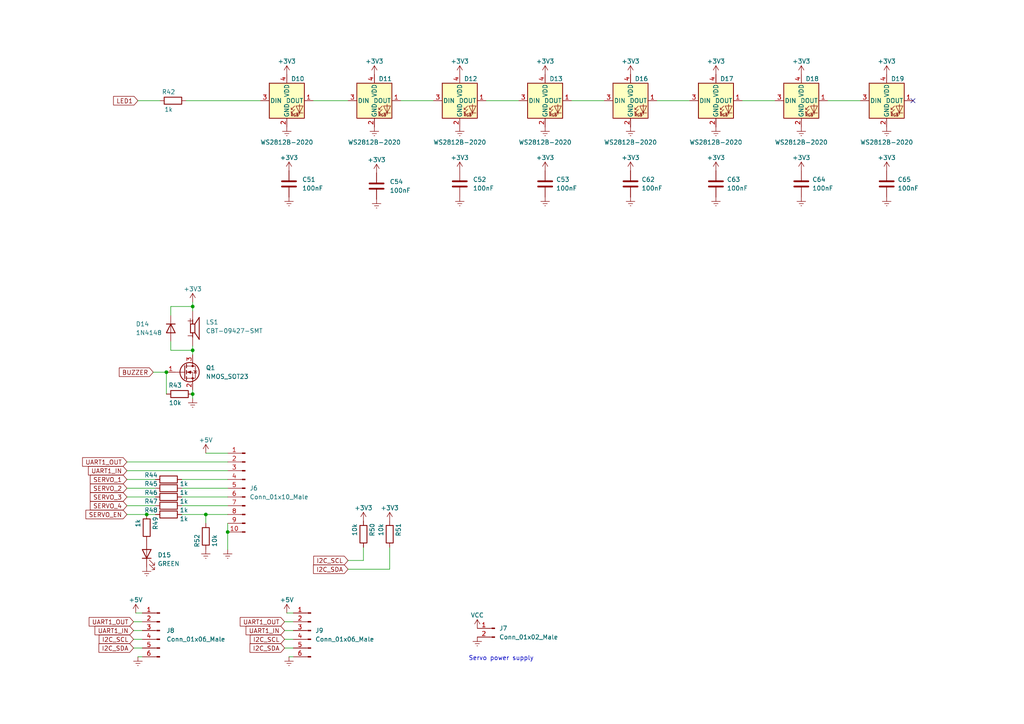
<source format=kicad_sch>
(kicad_sch (version 20211123) (generator eeschema)
  (paper "A4")
  (lib_symbols
    (symbol "Connector:Conn_01x02_Male" (pin_names (offset 1.016) hide)
      (property "Reference" "J" (at 0 2.54 0))
      (property "Value" "Conn_01x02_Male" (at 0 -5.08 0))
      (symbol "Conn_01x02_Male_1_1"
        (polyline (pts (xy 1.27 -2.54) (xy 0.8636 -2.54)) (stroke (width 0.1524)))
        (polyline (pts (xy 1.27 0) (xy 0.8636 0)) (stroke (width 0.1524)))
        (rectangle (start 0.8636 -2.413) (end 0 -2.667) (stroke (width 0.1524)) (fill (type outline)))
        (rectangle (start 0.8636 0.127) (end 0 -0.127) (stroke (width 0.1524)) (fill (type outline)))
        (pin passive line (at 5.08 0 180) (length 3.81) (name "Pin_1") (number "1"))
        (pin passive line (at 5.08 -2.54 180) (length 3.81) (name "Pin_2") (number "2"))
      )
    )
    (symbol "Connector:Conn_01x06_Male" (pin_names (offset 1.016) hide)
      (property "Reference" "J" (at 0 7.62 0))
      (property "Value" "Conn_01x06_Male" (at 0 -10.16 0))
      (symbol "Conn_01x06_Male_1_1"
        (polyline (pts (xy 1.27 -7.62) (xy 0.8636 -7.62)) (stroke (width 0.1524)))
        (polyline (pts (xy 1.27 -5.08) (xy 0.8636 -5.08)) (stroke (width 0.1524)))
        (polyline (pts (xy 1.27 -2.54) (xy 0.8636 -2.54)) (stroke (width 0.1524)))
        (polyline (pts (xy 1.27 0) (xy 0.8636 0)) (stroke (width 0.1524)))
        (polyline (pts (xy 1.27 2.54) (xy 0.8636 2.54)) (stroke (width 0.1524)))
        (polyline (pts (xy 1.27 5.08) (xy 0.8636 5.08)) (stroke (width 0.1524)))
        (rectangle (start 0.8636 -7.493) (end 0 -7.747) (stroke (width 0.1524)) (fill (type outline)))
        (rectangle (start 0.8636 -4.953) (end 0 -5.207) (stroke (width 0.1524)) (fill (type outline)))
        (rectangle (start 0.8636 -2.413) (end 0 -2.667) (stroke (width 0.1524)) (fill (type outline)))
        (rectangle (start 0.8636 0.127) (end 0 -0.127) (stroke (width 0.1524)) (fill (type outline)))
        (rectangle (start 0.8636 2.667) (end 0 2.413) (stroke (width 0.1524)) (fill (type outline)))
        (rectangle (start 0.8636 5.207) (end 0 4.953) (stroke (width 0.1524)) (fill (type outline)))
        (pin passive line (at 5.08 5.08 180) (length 3.81) (name "Pin_1") (number "1"))
        (pin passive line (at 5.08 2.54 180) (length 3.81) (name "Pin_2") (number "2"))
        (pin passive line (at 5.08 0 180) (length 3.81) (name "Pin_3") (number "3"))
        (pin passive line (at 5.08 -2.54 180) (length 3.81) (name "Pin_4") (number "4"))
        (pin passive line (at 5.08 -5.08 180) (length 3.81) (name "Pin_5") (number "5"))
        (pin passive line (at 5.08 -7.62 180) (length 3.81) (name "Pin_6") (number "6"))
      )
    )
    (symbol "Connector:Conn_01x10_Male" (pin_names (offset 1.016) hide)
      (property "Reference" "J" (at 0 12.7 0))
      (property "Value" "Conn_01x10_Male" (at 0 -15.24 0))
      (symbol "Conn_01x10_Male_1_1"
        (polyline (pts (xy 1.27 -12.7) (xy 0.8636 -12.7)) (stroke (width 0.1524)))
        (polyline (pts (xy 1.27 -10.16) (xy 0.8636 -10.16)) (stroke (width 0.1524)))
        (polyline (pts (xy 1.27 -7.62) (xy 0.8636 -7.62)) (stroke (width 0.1524)))
        (polyline (pts (xy 1.27 -5.08) (xy 0.8636 -5.08)) (stroke (width 0.1524)))
        (polyline (pts (xy 1.27 -2.54) (xy 0.8636 -2.54)) (stroke (width 0.1524)))
        (polyline (pts (xy 1.27 0) (xy 0.8636 0)) (stroke (width 0.1524)))
        (polyline (pts (xy 1.27 2.54) (xy 0.8636 2.54)) (stroke (width 0.1524)))
        (polyline (pts (xy 1.27 5.08) (xy 0.8636 5.08)) (stroke (width 0.1524)))
        (polyline (pts (xy 1.27 7.62) (xy 0.8636 7.62)) (stroke (width 0.1524)))
        (polyline (pts (xy 1.27 10.16) (xy 0.8636 10.16)) (stroke (width 0.1524)))
        (rectangle (start 0.8636 -12.573) (end 0 -12.827) (stroke (width 0.1524)) (fill (type outline)))
        (rectangle (start 0.8636 -10.033) (end 0 -10.287) (stroke (width 0.1524)) (fill (type outline)))
        (rectangle (start 0.8636 -7.493) (end 0 -7.747) (stroke (width 0.1524)) (fill (type outline)))
        (rectangle (start 0.8636 -4.953) (end 0 -5.207) (stroke (width 0.1524)) (fill (type outline)))
        (rectangle (start 0.8636 -2.413) (end 0 -2.667) (stroke (width 0.1524)) (fill (type outline)))
        (rectangle (start 0.8636 0.127) (end 0 -0.127) (stroke (width 0.1524)) (fill (type outline)))
        (rectangle (start 0.8636 2.667) (end 0 2.413) (stroke (width 0.1524)) (fill (type outline)))
        (rectangle (start 0.8636 5.207) (end 0 4.953) (stroke (width 0.1524)) (fill (type outline)))
        (rectangle (start 0.8636 7.747) (end 0 7.493) (stroke (width 0.1524)) (fill (type outline)))
        (rectangle (start 0.8636 10.287) (end 0 10.033) (stroke (width 0.1524)) (fill (type outline)))
        (pin passive line (at 5.08 10.16 180) (length 3.81) (name "Pin_1") (number "1"))
        (pin passive line (at 5.08 -12.7 180) (length 3.81) (name "Pin_10") (number "10"))
        (pin passive line (at 5.08 7.62 180) (length 3.81) (name "Pin_2") (number "2"))
        (pin passive line (at 5.08 5.08 180) (length 3.81) (name "Pin_3") (number "3"))
        (pin passive line (at 5.08 2.54 180) (length 3.81) (name "Pin_4") (number "4"))
        (pin passive line (at 5.08 0 180) (length 3.81) (name "Pin_5") (number "5"))
        (pin passive line (at 5.08 -2.54 180) (length 3.81) (name "Pin_6") (number "6"))
        (pin passive line (at 5.08 -5.08 180) (length 3.81) (name "Pin_7") (number "7"))
        (pin passive line (at 5.08 -7.62 180) (length 3.81) (name "Pin_8") (number "8"))
        (pin passive line (at 5.08 -10.16 180) (length 3.81) (name "Pin_9") (number "9"))
      )
    )
    (symbol "Device:C" (pin_numbers hide) (pin_names (offset 0.254))
      (property "Reference" "C" (at 0.635 2.54 0))
      (property "Value" "C" (at 0.635 -2.54 0))
      (symbol "C_0_1"
        (polyline (pts (xy -2.032 -0.762) (xy 2.032 -0.762)) (stroke (width 0.508)))
        (polyline (pts (xy -2.032 0.762) (xy 2.032 0.762)) (stroke (width 0.508)))
      )
      (symbol "C_1_1"
        (pin passive line (at 0 3.81 270) (length 2.794) (name "~") (number "1"))
        (pin passive line (at 0 -3.81 90) (length 2.794) (name "~") (number "2"))
      )
    )
    (symbol "Device:LED" (pin_numbers hide) (pin_names (offset 1.016) hide)
      (property "Reference" "D" (at 0 2.54 0))
      (property "Value" "LED" (at 0 -2.54 0))
      (symbol "LED_0_1"
        (polyline (pts (xy -1.27 -1.27) (xy -1.27 1.27)) (stroke (width 0.254)))
        (polyline (pts (xy -1.27 0) (xy 1.27 0)))
        (polyline (pts (xy 1.27 -1.27) (xy 1.27 1.27) (xy -1.27 0) (xy 1.27 -1.27)) (stroke (width 0.254)))
        (polyline (pts (xy -3.048 -0.762) (xy -4.572 -2.286) (xy -3.81 -2.286) (xy -4.572 -2.286) (xy -4.572 -1.524)))
        (polyline (pts (xy -1.778 -0.762) (xy -3.302 -2.286) (xy -2.54 -2.286) (xy -3.302 -2.286) (xy -3.302 -1.524)))
      )
      (symbol "LED_1_1"
        (pin passive line (at -3.81 0 0) (length 2.54) (name "K") (number "1"))
        (pin passive line (at 3.81 0 180) (length 2.54) (name "A") (number "2"))
      )
    )
    (symbol "Device:R" (pin_numbers hide) (pin_names (offset 0))
      (property "Reference" "R" (at 2.032 0 90))
      (property "Value" "R" (at 0 0 90))
      (symbol "R_0_1"
        (rectangle (start -1.016 -2.54) (end 1.016 2.54) (stroke (width 0.254)))
      )
      (symbol "R_1_1"
        (pin passive line (at 0 3.81 270) (length 1.27) (name "~") (number "1"))
        (pin passive line (at 0 -3.81 90) (length 1.27) (name "~") (number "2"))
      )
    )
    (symbol "Diode:1N4148" (pin_numbers hide) (pin_names (offset 1.016) hide)
      (property "Reference" "D" (at 0 2.54 0))
      (property "Value" "1N4148" (at 0 -2.54 0))
      (symbol "1N4148_0_1"
        (polyline (pts (xy -1.27 1.27) (xy -1.27 -1.27)) (stroke (width 0.254)))
        (polyline (pts (xy 1.27 0) (xy -1.27 0)))
        (polyline (pts (xy 1.27 1.27) (xy 1.27 -1.27) (xy -1.27 0) (xy 1.27 1.27)) (stroke (width 0.254)))
      )
      (symbol "1N4148_1_1"
        (pin passive line (at -3.81 0 0) (length 2.54) (name "K") (number "1"))
        (pin passive line (at 3.81 0 180) (length 2.54) (name "A") (number "2"))
      )
    )
    (symbol "KP-PTR_lib:CBT-09427-SMT" (pin_numbers hide) (pin_names (offset 1.016) hide)
      (property "Reference" "LS1" (at 3.81 1.8124 0))
      (property "Value" "CBT-09427-SMT" (at 3.81 -0.7276 0))
      (symbol "CBT-09427-SMT_0_0"
        (polyline (pts (xy -0.635 -1.27) (xy -0.635 1.27)) (stroke (width 0.254)))
        (polyline (pts (xy -0.635 1.27) (xy 0 1.27)) (stroke (width 0.254)))
        (polyline (pts (xy 0 -1.27) (xy -0.635 -1.27)) (stroke (width 0.254)))
        (polyline (pts (xy 0 -1.27) (xy 0 -2.54)) (stroke (width 0.254)))
        (polyline (pts (xy 0 1.27) (xy 0 2.54)) (stroke (width 0.254)))
        (polyline (pts (xy 0 1.27) (xy 0.635 1.27)) (stroke (width 0.254)))
        (polyline (pts (xy 0.635 -1.27) (xy 0 -1.27)) (stroke (width 0.254)))
        (polyline (pts (xy 0.635 1.27) (xy 0.635 -1.27)) (stroke (width 0.254)))
        (polyline (pts (xy 0.635 1.27) (xy 1.905 3.175)) (stroke (width 0.254)))
        (polyline (pts (xy 1.905 -3.175) (xy 0.635 -1.27)) (stroke (width 0.254)))
        (polyline (pts (xy 1.905 3.175) (xy 1.905 -3.175)) (stroke (width 0.254)))
        (text "+" (at -1.905 1.27 0) (effects (font (size 1.778 1.778)) (justify left bottom)))
        (text "-" (at -1.905 -3.048 0) (effects (font (size 1.778 1.778)) (justify left bottom)))
        (pin passive line (at 0 5.08 270) (length 2.54) (name "+") (number "1"))
        (pin output line (at 0 -5.08 90) (length 2.54) (name "-") (number "2"))
      )
    )
    (symbol "KP-PTR_lib:WS2812B-2020" (pin_names (offset 0.254))
      (property "Reference" "D" (at 5.08 5.715 0))
      (property "Value" "WS2812B-2020" (at 1.27 -5.715 0))
      (symbol "WS2812B-2020_0_0"
        (text "RGB" (at 2.286 -4.191 0) (effects (font (size 0.762 0.762))))
      )
      (symbol "WS2812B-2020_0_1"
        (polyline (pts (xy 1.27 -3.556) (xy 1.778 -3.556)))
        (polyline (pts (xy 1.27 -2.54) (xy 1.778 -2.54)))
        (polyline (pts (xy 4.699 -3.556) (xy 2.667 -3.556)))
        (polyline (pts (xy 2.286 -2.54) (xy 1.27 -3.556) (xy 1.27 -3.048)))
        (polyline (pts (xy 2.286 -1.524) (xy 1.27 -2.54) (xy 1.27 -2.032)))
        (polyline (pts (xy 3.683 -1.016) (xy 3.683 -3.556) (xy 3.683 -4.064)))
        (polyline (pts (xy 4.699 -1.524) (xy 2.667 -1.524) (xy 3.683 -3.556) (xy 4.699 -1.524)))
        (rectangle (start 5.08 5.08) (end -5.08 -5.08) (stroke (width 0.254)) (fill (type background)))
      )
      (symbol "WS2812B-2020_1_1"
        (pin output line (at 7.62 0 180) (length 2.54) (name "DOUT") (number "1"))
        (pin power_in line (at 0 -7.62 90) (length 2.54) (name "GND") (number "2"))
        (pin input line (at -7.62 0 0) (length 2.54) (name "DIN") (number "3"))
        (pin power_in line (at 0 7.62 270) (length 2.54) (name "VDD") (number "4"))
      )
    )
    (symbol "Transistor_FET:IRLML2060" (pin_names hide)
      (property "Reference" "Q" (at 5.08 1.905 0))
      (property "Value" "IRLML2060" (at 5.08 0 0))
      (symbol "IRLML2060_0_1"
        (polyline (pts (xy 0.254 0) (xy -2.54 0)))
        (polyline (pts (xy 0.254 1.905) (xy 0.254 -1.905)) (stroke (width 0.254)))
        (polyline (pts (xy 0.762 -1.27) (xy 0.762 -2.286)) (stroke (width 0.254)))
        (polyline (pts (xy 0.762 0.508) (xy 0.762 -0.508)) (stroke (width 0.254)))
        (polyline (pts (xy 0.762 2.286) (xy 0.762 1.27)) (stroke (width 0.254)))
        (polyline (pts (xy 2.54 2.54) (xy 2.54 1.778)))
        (polyline (pts (xy 2.54 -2.54) (xy 2.54 0) (xy 0.762 0)))
        (polyline (pts (xy 0.762 -1.778) (xy 3.302 -1.778) (xy 3.302 1.778) (xy 0.762 1.778)))
        (polyline (pts (xy 1.016 0) (xy 2.032 0.381) (xy 2.032 -0.381) (xy 1.016 0)) (fill (type outline)))
        (polyline (pts (xy 2.794 0.508) (xy 2.921 0.381) (xy 3.683 0.381) (xy 3.81 0.254)))
        (polyline (pts (xy 3.302 0.381) (xy 2.921 -0.254) (xy 3.683 -0.254) (xy 3.302 0.381)))
        (circle (center 1.651 0) (radius 2.794) (stroke (width 0.254)))
        (circle (center 2.54 -1.778) (radius 0.254) (fill (type outline)))
        (circle (center 2.54 1.778) (radius 0.254) (fill (type outline)))
      )
      (symbol "IRLML2060_1_1"
        (pin input line (at -5.08 0 0) (length 2.54) (name "G") (number "1"))
        (pin passive line (at 2.54 -5.08 90) (length 2.54) (name "S") (number "2"))
        (pin passive line (at 2.54 5.08 270) (length 2.54) (name "D") (number "3"))
      )
    )
    (symbol "power:+3.3V" (power) (pin_names (offset 0))
      (property "Value" "+3.3V" (at 0 3.556 0))
      (symbol "+3.3V_0_1"
        (polyline (pts (xy -0.762 1.27) (xy 0 2.54)))
        (polyline (pts (xy 0 0) (xy 0 2.54)))
        (polyline (pts (xy 0 2.54) (xy 0.762 1.27)))
      )
      (symbol "+3.3V_1_1"
        (pin power_in line (at 0 0 90) (length 0) hide (name "+3V3") (number "1"))
      )
    )
    (symbol "power:+5V" (power) (pin_names (offset 0))
      (property "Value" "+5V" (at 0 3.556 0))
      (symbol "+5V_0_1"
        (polyline (pts (xy -0.762 1.27) (xy 0 2.54)))
        (polyline (pts (xy 0 0) (xy 0 2.54)))
        (polyline (pts (xy 0 2.54) (xy 0.762 1.27)))
      )
      (symbol "+5V_1_1"
        (pin power_in line (at 0 0 90) (length 0) hide (name "+5V") (number "1"))
      )
    )
    (symbol "power:Earth" (power) (pin_names (offset 0))
      (symbol "Earth_0_1"
        (polyline (pts (xy -0.635 -1.905) (xy 0.635 -1.905)))
        (polyline (pts (xy -0.127 -2.54) (xy 0.127 -2.54)))
        (polyline (pts (xy 0 -1.27) (xy 0 0)))
        (polyline (pts (xy 1.27 -1.27) (xy -1.27 -1.27)))
      )
      (symbol "Earth_1_1"
        (pin power_in line (at 0 0 270) (length 0) hide (name "Earth") (number "1"))
      )
    )
    (symbol "power:VCC" (power) (pin_names (offset 0))
      (property "Value" "VCC" (at 0 3.81 0))
      (symbol "VCC_0_1"
        (polyline (pts (xy -0.762 1.27) (xy 0 2.54)))
        (polyline (pts (xy 0 0) (xy 0 2.54)))
        (polyline (pts (xy 0 2.54) (xy 0.762 1.27)))
      )
      (symbol "VCC_1_1"
        (pin power_in line (at 0 0 90) (length 0) hide (name "VCC") (number "1"))
      )
    )
  )
  (junction (at 55.88 101.6))
  (junction (at 59.69 149.225))
  (junction (at 55.88 114.3))
  (junction (at 42.545 149.225))
  (junction (at 66.04 154.305))
  (junction (at 48.26 107.95))
  (junction (at 55.88 88.9))
  (no_connect (at 264.795 29.21))
  (wire (pts (xy 66.04 159.385) (xy 66.04 154.305)))
  (wire (pts (xy 52.705 146.685) (xy 66.04 146.685)))
  (wire (pts (xy 55.88 87.63) (xy 55.88 88.9)))
  (wire (pts (xy 55.88 88.9) (xy 55.88 90.17)))
  (wire (pts (xy 55.88 100.33) (xy 55.88 101.6)))
  (wire (pts (xy 82.55 180.34) (xy 85.09 180.34)))
  (wire (pts (xy 66.04 151.765) (xy 66.04 154.305)))
  (wire (pts (xy 116.205 29.21) (xy 125.73 29.21)))
  (wire (pts (xy 190.5 29.21) (xy 200.025 29.21)))
  (wire (pts (xy 53.975 29.21) (xy 75.565 29.21)))
  (wire (pts (xy 55.88 101.6) (xy 55.88 102.87)))
  (wire (pts (xy 105.41 158.75) (xy 105.41 162.56)))
  (wire (pts (xy 36.83 149.225) (xy 42.545 149.225)))
  (wire (pts (xy 52.705 149.225) (xy 59.69 149.225)))
  (wire (pts (xy 85.09 190.5) (xy 83.82 190.5)))
  (wire (pts (xy 49.53 99.06) (xy 49.53 101.6)))
  (wire (pts (xy 82.55 185.42) (xy 85.09 185.42)))
  (wire (pts (xy 36.83 144.145) (xy 45.085 144.145)))
  (wire (pts (xy 38.735 182.88) (xy 41.275 182.88)))
  (wire (pts (xy 42.545 149.225) (xy 45.085 149.225)))
  (wire (pts (xy 36.83 146.685) (xy 45.085 146.685)))
  (wire (pts (xy 52.705 139.065) (xy 66.04 139.065)))
  (wire (pts (xy 165.735 29.21) (xy 175.26 29.21)))
  (wire (pts (xy 59.69 131.445) (xy 66.04 131.445)))
  (wire (pts (xy 49.53 101.6) (xy 55.88 101.6)))
  (wire (pts (xy 36.83 133.985) (xy 66.04 133.985)))
  (wire (pts (xy 90.805 29.21) (xy 100.965 29.21)))
  (wire (pts (xy 55.88 114.3) (xy 55.88 113.03)))
  (wire (pts (xy 38.735 185.42) (xy 41.275 185.42)))
  (wire (pts (xy 140.97 29.21) (xy 150.495 29.21)))
  (wire (pts (xy 40.005 29.21) (xy 46.355 29.21)))
  (wire (pts (xy 38.735 187.96) (xy 41.275 187.96)))
  (wire (pts (xy 83.185 177.8) (xy 85.09 177.8)))
  (wire (pts (xy 36.83 141.605) (xy 45.085 141.605)))
  (wire (pts (xy 49.53 91.44) (xy 49.53 88.9)))
  (wire (pts (xy 52.705 141.605) (xy 66.04 141.605)))
  (wire (pts (xy 41.275 190.5) (xy 40.005 190.5)))
  (wire (pts (xy 100.965 165.1) (xy 113.03 165.1)))
  (wire (pts (xy 52.705 144.145) (xy 66.04 144.145)))
  (wire (pts (xy 48.26 107.95) (xy 48.26 114.3)))
  (wire (pts (xy 39.37 177.8) (xy 41.275 177.8)))
  (wire (pts (xy 44.45 107.95) (xy 48.26 107.95)))
  (wire (pts (xy 82.55 182.88) (xy 85.09 182.88)))
  (wire (pts (xy 49.53 88.9) (xy 55.88 88.9)))
  (wire (pts (xy 36.83 136.525) (xy 66.04 136.525)))
  (wire (pts (xy 240.03 29.21) (xy 249.555 29.21)))
  (wire (pts (xy 82.55 187.96) (xy 85.09 187.96)))
  (wire (pts (xy 55.88 115.57) (xy 55.88 114.3)))
  (wire (pts (xy 59.69 149.225) (xy 66.04 149.225)))
  (wire (pts (xy 38.735 180.34) (xy 41.275 180.34)))
  (wire (pts (xy 105.41 162.56) (xy 100.965 162.56)))
  (wire (pts (xy 59.69 151.765) (xy 59.69 149.225)))
  (wire (pts (xy 215.265 29.21) (xy 224.79 29.21)))
  (wire (pts (xy 36.83 139.065) (xy 45.085 139.065)))
  (wire (pts (xy 113.03 165.1) (xy 113.03 158.75)))
  (text "Servo power supply" (at 135.89 191.77 0) (effects (font (size 1.27 1.27)) (justify left bottom)))
  (global_label "UART1_OUT" (shape input) (at 82.55 180.34 180) (property "Intersheet References" "${INTERSHEET_REFS}" (effects hide)))
  (global_label "I2C_SCL" (shape input) (at 100.965 162.56 180) (property "Intersheet References" "${INTERSHEET_REFS}" (effects hide)))
  (global_label "SERVO_2" (shape input) (at 36.83 141.605 180) (property "Intersheet References" "${INTERSHEET_REFS}" (effects hide)))
  (global_label "I2C_SCL" (shape input) (at 82.55 185.42 180) (property "Intersheet References" "${INTERSHEET_REFS}" (effects hide)))
  (global_label "UART1_IN" (shape input) (at 38.735 182.88 180) (property "Intersheet References" "${INTERSHEET_REFS}" (effects hide)))
  (global_label "LED1" (shape input) (at 40.005 29.21 180) (property "Intersheet References" "${INTERSHEET_REFS}" (effects hide)))
  (global_label "SERVO_3" (shape input) (at 36.83 144.145 180) (property "Intersheet References" "${INTERSHEET_REFS}" (effects hide)))
  (global_label "UART1_OUT" (shape input) (at 36.83 133.985 180) (property "Intersheet References" "${INTERSHEET_REFS}" (effects hide)))
  (global_label "I2C_SCL" (shape input) (at 38.735 185.42 180) (property "Intersheet References" "${INTERSHEET_REFS}" (effects hide)))
  (global_label "UART1_IN" (shape input) (at 36.83 136.525 180) (property "Intersheet References" "${INTERSHEET_REFS}" (effects hide)))
  (global_label "BUZZER" (shape input) (at 44.45 107.95 180) (property "Intersheet References" "${INTERSHEET_REFS}" (effects hide)))
  (global_label "SERVO_EN" (shape input) (at 36.83 149.225 180) (property "Intersheet References" "${INTERSHEET_REFS}" (effects hide)))
  (global_label "I2C_SDA" (shape input) (at 100.965 165.1 180) (property "Intersheet References" "${INTERSHEET_REFS}" (effects hide)))
  (global_label "SERVO_4" (shape input) (at 36.83 146.685 180) (property "Intersheet References" "${INTERSHEET_REFS}" (effects hide)))
  (global_label "SERVO_1" (shape input) (at 36.83 139.065 180) (property "Intersheet References" "${INTERSHEET_REFS}" (effects hide)))
  (global_label "UART1_OUT" (shape input) (at 38.735 180.34 180) (property "Intersheet References" "${INTERSHEET_REFS}" (effects hide)))
  (global_label "I2C_SDA" (shape input) (at 38.735 187.96 180) (property "Intersheet References" "${INTERSHEET_REFS}" (effects hide)))
  (global_label "UART1_IN" (shape input) (at 82.55 182.88 180) (property "Intersheet References" "${INTERSHEET_REFS}" (effects hide)))
  (global_label "I2C_SDA" (shape input) (at 82.55 187.96 180) (property "Intersheet References" "${INTERSHEET_REFS}" (effects hide)))
  (symbol (lib_id "Device:C") (at 133.35 53.34 0) (unit 1)
    (property "Reference" "C52" (at 137.16 52.0699 0) (effects (justify left)))
    (property "Value" "100nF" (at 137.16 54.6099 0) (effects (justify left)))
    (property "Footprint" "Capacitor_SMD:C_0402_1005Metric" (effects hide))
  )
  (symbol (lib_id "Device:C") (at 109.22 53.975 0) (unit 1)
    (property "Reference" "C54" (at 113.03 52.7049 0) (effects (justify left)))
    (property "Value" "100nF" (at 113.03 55.2449 0) (effects (justify left)))
    (property "Footprint" "Capacitor_SMD:C_0402_1005Metric" (effects hide))
  )
  (symbol (lib_id "power:VCC") (at 138.43 182.245 0) (unit 1)
    (property "Reference" "#PWR0182" (effects hide))
    (property "Value" "VCC" (at 138.43 178.435 0))
  )
  (symbol (lib_id "Device:R") (at 48.895 139.065 270) (unit 1)
    (property "Reference" "R44" (at 43.815 137.795 90))
    (property "Value" "1k" (at 53.34 140.335 90))
    (property "Footprint" "Resistor_SMD:R_0402_1005Metric" (effects hide))
  )
  (symbol (lib_id "power:Earth") (at 83.82 190.5 0) (unit 1)
    (property "Reference" "#PWR0185" (effects hide))
    (property "Value" "Earth" (effects hide))
  )
  (symbol (lib_id "power:Earth") (at 207.645 57.15 0) (unit 1)
    (property "Reference" "#PWR0218" (effects hide))
    (property "Value" "Earth" (effects hide))
  )
  (symbol (lib_id "power:+3.3V") (at 182.88 21.59 0) (unit 1)
    (property "Reference" "#PWR0205" (effects hide))
    (property "Value" "+3.3V" (at 182.88 17.78 0))
  )
  (symbol (lib_id "power:+3.3V") (at 108.585 21.59 0) (unit 1)
    (property "Reference" "#PWR0157" (effects hide))
    (property "Value" "+3.3V" (at 108.585 17.78 0))
  )
  (symbol (lib_id "KP-PTR_lib:CBT-09427-SMT") (at 55.88 95.25 0) (unit 1)
    (property "Reference" "LS1" (at 59.69 93.4376 0) (effects (justify left)))
    (property "Value" "CBT-09427-SMT" (at 59.69 95.9776 0) (effects (justify left)))
    (property "Footprint" "Buzzer_Beeper:Buzzer_12x9.5RM7.6" (effects hide))
    (property "MP" "CBT-09427-SMT" (effects hide))
    (property "AVAILABILITY" "Unavailable" (effects hide))
    (property "DESCRIPTION" "9 mm, 3.6 V, 87 dB, Surface Mount _SMT_, Magnetic Audio Transducer Buzzer" (effects hide))
    (property "PACKAGE" "None" (effects hide))
    (property "MF" "CUI" (effects hide))
    (property "PRICE" "None" (effects hide))
  )
  (symbol (lib_id "Device:R") (at 105.41 154.94 180) (unit 1)
    (property "Reference" "R50" (at 107.95 153.67 90))
    (property "Value" "10k" (at 102.87 153.67 90))
    (property "Footprint" "Resistor_SMD:R_0402_1005Metric" (effects hide))
  )
  (symbol (lib_id "power:Earth") (at 40.005 190.5 0) (unit 1)
    (property "Reference" "#PWR0184" (effects hide))
    (property "Value" "Earth" (effects hide))
  )
  (symbol (lib_id "power:+5V") (at 83.185 177.8 0) (unit 1)
    (property "Reference" "#PWR0181" (effects hide))
    (property "Value" "+5V" (at 83.185 173.99 0))
  )
  (symbol (lib_id "power:+3.3V") (at 83.82 49.53 0) (unit 1)
    (property "Reference" "#PWR0164" (effects hide))
    (property "Value" "+3.3V" (at 83.82 45.72 0))
  )
  (symbol (lib_id "power:Earth") (at 133.35 36.83 0) (unit 1)
    (property "Reference" "#PWR0162" (effects hide))
    (property "Value" "Earth" (effects hide))
  )
  (symbol (lib_id "Device:C") (at 207.645 53.34 0) (unit 1)
    (property "Reference" "C63" (at 210.82 52.0699 0) (effects (justify left)))
    (property "Value" "100nF" (at 210.82 54.6099 0) (effects (justify left)))
    (property "Footprint" "Capacitor_SMD:C_0402_1005Metric" (effects hide))
  )
  (symbol (lib_id "KP-PTR_lib:WS2812B-2020") (at 108.585 29.21 0) (unit 1)
    (property "Reference" "D11" (at 111.76 22.86 0))
    (property "Value" "WS2812B-2020" (at 108.585 41.275 0))
    (property "Footprint" "KP-PTR_lib:WS2812B-2020" (effects hide))
    (property "Datasheet" "https://www.tme.eu/Document/8b264124130de6e17f8ce807c3210601/WS2812B-2020.pdf" (effects hide))
  )
  (symbol (lib_id "Device:C") (at 232.41 53.34 0) (unit 1)
    (property "Reference" "C64" (at 235.585 52.0699 0) (effects (justify left)))
    (property "Value" "100nF" (at 235.585 54.6099 0) (effects (justify left)))
    (property "Footprint" "Capacitor_SMD:C_0402_1005Metric" (effects hide))
  )
  (symbol (lib_id "Device:R") (at 113.03 154.94 180) (unit 1)
    (property "Reference" "R51" (at 115.57 153.67 90))
    (property "Value" "10k" (at 110.49 153.67 90))
    (property "Footprint" "Resistor_SMD:R_0402_1005Metric" (effects hide))
  )
  (symbol (lib_id "Device:R") (at 48.895 146.685 270) (unit 1)
    (property "Reference" "R47" (at 43.815 145.415 90))
    (property "Value" "1k" (at 53.34 147.955 90))
    (property "Footprint" "Resistor_SMD:R_0402_1005Metric" (effects hide))
  )
  (symbol (lib_id "power:Earth") (at 158.115 57.15 0) (unit 1)
    (property "Reference" "#PWR0170" (effects hide))
    (property "Value" "Earth" (effects hide))
  )
  (symbol (lib_id "power:+3.3V") (at 232.41 49.53 0) (unit 1)
    (property "Reference" "#PWR0215" (effects hide))
    (property "Value" "+3.3V" (at 232.41 45.72 0))
  )
  (symbol (lib_id "Transistor_FET:IRLML2060") (at 53.34 107.95 0) (unit 1)
    (property "Reference" "Q1" (at 59.69 106.6799 0) (effects (justify left)))
    (property "Value" "NMOS_SOT23" (at 59.69 109.2199 0) (effects (justify left)))
    (property "Footprint" "KP-PTR_lib:SOT-23" (effects hide))
  )
  (symbol (lib_id "power:+3.3V") (at 133.35 21.59 0) (unit 1)
    (property "Reference" "#PWR0158" (effects hide))
    (property "Value" "+3.3V" (at 133.35 17.78 0))
  )
  (symbol (lib_id "power:+3.3V") (at 55.88 87.63 0) (unit 1)
    (property "Reference" "#PWR0172" (effects hide))
    (property "Value" "+3.3V" (at 55.88 83.82 0))
  )
  (symbol (lib_id "Device:R") (at 50.165 29.21 270) (unit 1)
    (property "Reference" "R42" (at 48.895 26.67 90))
    (property "Value" "1k" (at 48.895 31.75 90))
    (property "Footprint" "Resistor_SMD:R_0402_1005Metric" (effects hide))
  )
  (symbol (lib_id "power:+5V") (at 59.69 131.445 0) (unit 1)
    (property "Reference" "#PWR0174" (effects hide))
    (property "Value" "+5V" (at 59.69 127.635 0))
  )
  (symbol (lib_id "KP-PTR_lib:WS2812B-2020") (at 232.41 29.21 0) (unit 1)
    (property "Reference" "D18" (at 235.585 22.86 0))
    (property "Value" "WS2812B-2020" (at 232.41 41.275 0))
    (property "Footprint" "KP-PTR_lib:WS2812B-2020" (effects hide))
    (property "Datasheet" "https://www.tme.eu/Document/8b264124130de6e17f8ce807c3210601/WS2812B-2020.pdf" (effects hide))
  )
  (symbol (lib_id "power:Earth") (at 182.88 36.83 0) (unit 1)
    (property "Reference" "#PWR0209" (effects hide))
    (property "Value" "Earth" (effects hide))
  )
  (symbol (lib_id "power:Earth") (at 109.22 57.785 0) (unit 1)
    (property "Reference" "#PWR0171" (effects hide))
    (property "Value" "Earth" (effects hide))
  )
  (symbol (lib_id "KP-PTR_lib:WS2812B-2020") (at 257.175 29.21 0) (unit 1)
    (property "Reference" "D19" (at 260.35 22.86 0))
    (property "Value" "WS2812B-2020" (at 257.175 41.275 0))
    (property "Footprint" "KP-PTR_lib:WS2812B-2020" (effects hide))
    (property "Datasheet" "https://www.tme.eu/Document/8b264124130de6e17f8ce807c3210601/WS2812B-2020.pdf" (effects hide))
  )
  (symbol (lib_id "Device:R") (at 42.545 153.035 180) (unit 1)
    (property "Reference" "R49" (at 45.085 151.765 90))
    (property "Value" "1k" (at 40.005 151.765 90))
    (property "Footprint" "Resistor_SMD:R_0402_1005Metric" (effects hide))
  )
  (symbol (lib_id "Device:LED") (at 42.545 160.655 90) (unit 1)
    (property "Reference" "D15" (at 45.72 160.9724 90) (effects (justify right)))
    (property "Value" "GREEN" (at 45.72 163.5124 90) (effects (justify right)))
    (property "Footprint" "LED_SMD:LED_0603_1608Metric" (effects hide))
  )
  (symbol (lib_id "KP-PTR_lib:WS2812B-2020") (at 182.88 29.21 0) (unit 1)
    (property "Reference" "D16" (at 186.055 22.86 0))
    (property "Value" "WS2812B-2020" (at 182.88 41.275 0))
    (property "Footprint" "KP-PTR_lib:WS2812B-2020" (effects hide))
    (property "Datasheet" "https://www.tme.eu/Document/8b264124130de6e17f8ce807c3210601/WS2812B-2020.pdf" (effects hide))
  )
  (symbol (lib_id "power:Earth") (at 158.115 36.83 0) (unit 1)
    (property "Reference" "#PWR0163" (effects hide))
    (property "Value" "Earth" (effects hide))
  )
  (symbol (lib_id "power:Earth") (at 257.175 36.83 0) (unit 1)
    (property "Reference" "#PWR0212" (effects hide))
    (property "Value" "Earth" (effects hide))
  )
  (symbol (lib_id "Diode:1N4148") (at 49.53 95.25 270) (unit 1)
    (property "Reference" "D14" (at 39.37 93.98 90) (effects (justify left)))
    (property "Value" "1N4148" (at 39.37 96.52 90) (effects (justify left)))
    (property "Footprint" "Diode_SMD:D_SOD-123" (effects hide))
    (property "Datasheet" "https://assets.nexperia.com/documents/data-sheet/1N4148_1N4448.pdf" (effects hide))
  )
  (symbol (lib_id "power:+3.3V") (at 257.175 21.59 0) (unit 1)
    (property "Reference" "#PWR0208" (effects hide))
    (property "Value" "+3.3V" (at 257.175 17.78 0))
  )
  (symbol (lib_id "power:+3.3V") (at 113.03 151.13 0) (unit 1)
    (property "Reference" "#PWR0176" (effects hide))
    (property "Value" "+3.3V" (at 113.03 147.32 0))
  )
  (symbol (lib_id "power:Earth") (at 133.35 57.15 0) (unit 1)
    (property "Reference" "#PWR0169" (effects hide))
    (property "Value" "Earth" (effects hide))
  )
  (symbol (lib_id "Device:R") (at 52.07 114.3 270) (unit 1)
    (property "Reference" "R43" (at 50.8 111.76 90))
    (property "Value" "10k" (at 50.8 116.84 90))
    (property "Footprint" "Resistor_SMD:R_0402_1005Metric" (effects hide))
  )
  (symbol (lib_id "KP-PTR_lib:WS2812B-2020") (at 133.35 29.21 0) (unit 1)
    (property "Reference" "D12" (at 136.525 22.86 0))
    (property "Value" "WS2812B-2020" (at 133.35 41.275 0))
    (property "Footprint" "KP-PTR_lib:WS2812B-2020" (effects hide))
    (property "Datasheet" "https://www.tme.eu/Document/8b264124130de6e17f8ce807c3210601/WS2812B-2020.pdf" (effects hide))
  )
  (symbol (lib_id "power:+3.3V") (at 158.115 49.53 0) (unit 1)
    (property "Reference" "#PWR0166" (effects hide))
    (property "Value" "+3.3V" (at 158.115 45.72 0))
  )
  (symbol (lib_id "power:Earth") (at 59.69 159.385 0) (unit 1)
    (property "Reference" "#PWR0177" (effects hide))
    (property "Value" "Earth" (effects hide))
  )
  (symbol (lib_id "power:+3.3V") (at 105.41 151.13 0) (unit 1)
    (property "Reference" "#PWR0175" (effects hide))
    (property "Value" "+3.3V" (at 105.41 147.32 0))
  )
  (symbol (lib_id "Device:C") (at 182.88 53.34 0) (unit 1)
    (property "Reference" "C62" (at 186.055 52.0699 0) (effects (justify left)))
    (property "Value" "100nF" (at 186.055 54.6099 0) (effects (justify left)))
    (property "Footprint" "Capacitor_SMD:C_0402_1005Metric" (effects hide))
  )
  (symbol (lib_id "power:+3.3V") (at 182.88 49.53 0) (unit 1)
    (property "Reference" "#PWR0213" (effects hide))
    (property "Value" "+3.3V" (at 182.88 45.72 0))
  )
  (symbol (lib_id "power:+3.3V") (at 207.645 21.59 0) (unit 1)
    (property "Reference" "#PWR0206" (effects hide))
    (property "Value" "+3.3V" (at 207.645 17.78 0))
  )
  (symbol (lib_id "power:Earth") (at 83.185 36.83 0) (unit 1)
    (property "Reference" "#PWR0160" (effects hide))
    (property "Value" "Earth" (effects hide))
  )
  (symbol (lib_id "power:+3.3V") (at 133.35 49.53 0) (unit 1)
    (property "Reference" "#PWR0165" (effects hide))
    (property "Value" "+3.3V" (at 133.35 45.72 0))
  )
  (symbol (lib_id "Device:C") (at 83.82 53.34 0) (unit 1)
    (property "Reference" "C51" (at 87.63 52.0699 0) (effects (justify left)))
    (property "Value" "100nF" (at 87.63 54.6099 0) (effects (justify left)))
    (property "Footprint" "Capacitor_SMD:C_0402_1005Metric" (effects hide))
  )
  (symbol (lib_id "Device:C") (at 158.115 53.34 0) (unit 1)
    (property "Reference" "C53" (at 161.29 52.0699 0) (effects (justify left)))
    (property "Value" "100nF" (at 161.29 54.6099 0) (effects (justify left)))
    (property "Footprint" "Capacitor_SMD:C_0402_1005Metric" (effects hide))
  )
  (symbol (lib_id "Device:C") (at 257.175 53.34 0) (unit 1)
    (property "Reference" "C65" (at 260.35 52.0699 0) (effects (justify left)))
    (property "Value" "100nF" (at 260.35 54.6099 0) (effects (justify left)))
    (property "Footprint" "Capacitor_SMD:C_0402_1005Metric" (effects hide))
  )
  (symbol (lib_id "power:+3.3V") (at 158.115 21.59 0) (unit 1)
    (property "Reference" "#PWR0159" (effects hide))
    (property "Value" "+3.3V" (at 158.115 17.78 0))
  )
  (symbol (lib_id "power:+3.3V") (at 232.41 21.59 0) (unit 1)
    (property "Reference" "#PWR0207" (effects hide))
    (property "Value" "+3.3V" (at 232.41 17.78 0))
  )
  (symbol (lib_id "power:Earth") (at 232.41 57.15 0) (unit 1)
    (property "Reference" "#PWR0219" (effects hide))
    (property "Value" "Earth" (effects hide))
  )
  (symbol (lib_id "power:Earth") (at 55.88 115.57 0) (unit 1)
    (property "Reference" "#PWR0173" (effects hide))
    (property "Value" "Earth" (effects hide))
  )
  (symbol (lib_id "Device:R") (at 48.895 141.605 270) (unit 1)
    (property "Reference" "R45" (at 43.815 140.335 90))
    (property "Value" "1k" (at 53.34 142.875 90))
    (property "Footprint" "Resistor_SMD:R_0402_1005Metric" (effects hide))
  )
  (symbol (lib_id "power:Earth") (at 83.82 57.15 0) (unit 1)
    (property "Reference" "#PWR0168" (effects hide))
    (property "Value" "Earth" (effects hide))
  )
  (symbol (lib_id "Device:R") (at 59.69 155.575 0) (unit 1)
    (property "Reference" "R52" (at 57.15 156.845 90))
    (property "Value" "10k" (at 62.23 156.845 90))
    (property "Footprint" "Resistor_SMD:R_0402_1005Metric" (effects hide))
  )
  (symbol (lib_id "KP-PTR_lib:WS2812B-2020") (at 207.645 29.21 0) (unit 1)
    (property "Reference" "D17" (at 210.82 22.86 0))
    (property "Value" "WS2812B-2020" (at 207.645 41.275 0))
    (property "Footprint" "KP-PTR_lib:WS2812B-2020" (effects hide))
    (property "Datasheet" "https://www.tme.eu/Document/8b264124130de6e17f8ce807c3210601/WS2812B-2020.pdf" (effects hide))
  )
  (symbol (lib_id "power:Earth") (at 66.04 159.385 0) (unit 1)
    (property "Reference" "#PWR0178" (effects hide))
    (property "Value" "Earth" (effects hide))
  )
  (symbol (lib_id "power:Earth") (at 182.88 57.15 0) (unit 1)
    (property "Reference" "#PWR0217" (effects hide))
    (property "Value" "Earth" (effects hide))
  )
  (symbol (lib_id "Connector:Conn_01x10_Male") (at 71.12 141.605 0) (mirror y) (unit 1)
    (property "Reference" "J6" (at 72.39 141.6049 0) (effects (justify right)))
    (property "Value" "Conn_01x10_Male" (at 72.39 144.1449 0) (effects (justify right)))
    (property "Footprint" "Connector_JST:JST_GH_BM10B-GHS-TBT_1x10-1MP_P1.25mm_Vertical" (effects hide))
  )
  (symbol (lib_id "Connector:Conn_01x06_Male") (at 90.17 182.88 0) (mirror y) (unit 1)
    (property "Reference" "J9" (at 91.44 182.8799 0) (effects (justify right)))
    (property "Value" "Conn_01x06_Male" (at 91.44 185.4199 0) (effects (justify right)))
    (property "Footprint" "Connector_JST:JST_GH_BM06B-GHS-TBT_1x06-1MP_P1.25mm_Vertical" (effects hide))
  )
  (symbol (lib_id "power:+3.3V") (at 257.175 49.53 0) (unit 1)
    (property "Reference" "#PWR0216" (effects hide))
    (property "Value" "+3.3V" (at 257.175 45.72 0))
  )
  (symbol (lib_id "Connector:Conn_01x06_Male") (at 46.355 182.88 0) (mirror y) (unit 1)
    (property "Reference" "J8" (at 48.26 182.8799 0) (effects (justify right)))
    (property "Value" "Conn_01x06_Male" (at 48.26 185.4199 0) (effects (justify right)))
    (property "Footprint" "Connector_JST:JST_GH_BM06B-GHS-TBT_1x06-1MP_P1.25mm_Vertical" (effects hide))
  )
  (symbol (lib_id "power:+3.3V") (at 109.22 50.165 0) (unit 1)
    (property "Reference" "#PWR0167" (effects hide))
    (property "Value" "+3.3V" (at 109.22 46.355 0))
  )
  (symbol (lib_id "power:Earth") (at 42.545 164.465 0) (unit 1)
    (property "Reference" "#PWR0179" (effects hide))
    (property "Value" "Earth" (effects hide))
  )
  (symbol (lib_id "power:+3.3V") (at 83.185 21.59 0) (unit 1)
    (property "Reference" "#PWR0156" (effects hide))
    (property "Value" "+3.3V" (at 83.185 17.78 0))
  )
  (symbol (lib_id "power:Earth") (at 232.41 36.83 0) (unit 1)
    (property "Reference" "#PWR0211" (effects hide))
    (property "Value" "Earth" (effects hide))
  )
  (symbol (lib_id "power:+5V") (at 39.37 177.8 0) (unit 1)
    (property "Reference" "#PWR0180" (effects hide))
    (property "Value" "+5V" (at 39.37 173.99 0))
  )
  (symbol (lib_id "Device:R") (at 48.895 144.145 270) (unit 1)
    (property "Reference" "R46" (at 43.815 142.875 90))
    (property "Value" "1k" (at 53.34 145.415 90))
    (property "Footprint" "Resistor_SMD:R_0402_1005Metric" (effects hide))
  )
  (symbol (lib_id "power:Earth") (at 207.645 36.83 0) (unit 1)
    (property "Reference" "#PWR0210" (effects hide))
    (property "Value" "Earth" (effects hide))
  )
  (symbol (lib_id "power:Earth") (at 108.585 36.83 0) (unit 1)
    (property "Reference" "#PWR0161" (effects hide))
    (property "Value" "Earth" (effects hide))
  )
  (symbol (lib_id "Connector:Conn_01x02_Male") (at 143.51 182.245 0) (mirror y) (unit 1)
    (property "Reference" "J7" (at 144.78 182.2449 0) (effects (justify right)))
    (property "Value" "Conn_01x02_Male" (at 144.78 184.7849 0) (effects (justify right)))
    (property "Footprint" "TerminalBlock_TE-Connectivity:TerminalBlock_TE_282834-2_1x02_P2.54mm_Horizontal" (effects hide))
  )
  (symbol (lib_id "KP-PTR_lib:WS2812B-2020") (at 158.115 29.21 0) (unit 1)
    (property "Reference" "D13" (at 161.29 22.86 0))
    (property "Value" "WS2812B-2020" (at 158.115 41.275 0))
    (property "Footprint" "KP-PTR_lib:WS2812B-2020" (effects hide))
    (property "Datasheet" "https://www.tme.eu/Document/8b264124130de6e17f8ce807c3210601/WS2812B-2020.pdf" (effects hide))
  )
  (symbol (lib_id "power:+3.3V") (at 207.645 49.53 0) (unit 1)
    (property "Reference" "#PWR0214" (effects hide))
    (property "Value" "+3.3V" (at 207.645 45.72 0))
  )
  (symbol (lib_id "KP-PTR_lib:WS2812B-2020") (at 83.185 29.21 0) (unit 1)
    (property "Reference" "D10" (at 86.36 22.86 0))
    (property "Value" "WS2812B-2020" (at 83.185 41.275 0))
    (property "Footprint" "KP-PTR_lib:WS2812B-2020" (effects hide))
    (property "Datasheet" "https://www.tme.eu/Document/8b264124130de6e17f8ce807c3210601/WS2812B-2020.pdf" (effects hide))
  )
  (symbol (lib_id "power:Earth") (at 257.175 57.15 0) (unit 1)
    (property "Reference" "#PWR0220" (effects hide))
    (property "Value" "Earth" (effects hide))
  )
  (symbol (lib_id "Device:R") (at 48.895 149.225 270) (unit 1)
    (property "Reference" "R48" (at 43.815 147.955 90))
    (property "Value" "1k" (at 53.34 150.495 90))
    (property "Footprint" "Resistor_SMD:R_0402_1005Metric" (effects hide))
  )
  (symbol (lib_id "power:Earth") (at 138.43 184.785 0) (unit 1)
    (property "Reference" "#PWR0183" (effects hide))
    (property "Value" "Earth" (effects hide))
  )
)
</source>
